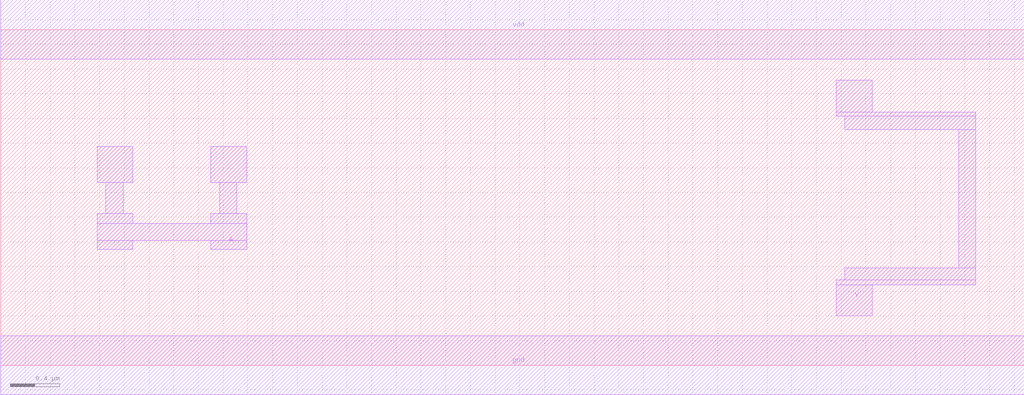
<source format=lef>
VERSION 5.7 ;
  NOWIREEXTENSIONATPIN ON ;
  DIVIDERCHAR "/" ;
  BUSBITCHARS "[]" ;
MACRO CLKBUF1
  CLASS CORE ;
  FOREIGN CLKBUF1 ;
  ORIGIN 0.000 0.000 ;
  SIZE 8.280 BY 2.720 ;
  SYMMETRY X Y R90 ;
  SITE unithd ;
  PIN vdd
    DIRECTION INOUT ;
    USE POWER ;
    SHAPE ABUTMENT ;
    PORT
      LAYER met1 ;
        RECT 0.000 2.480 8.280 2.960 ;
    END
  END vdd
  PIN gnd
    DIRECTION INOUT ;
    USE GROUND ;
    SHAPE ABUTMENT ;
    PORT
      LAYER met1 ;
        RECT 0.000 -0.240 8.280 0.240 ;
    END
  END gnd
  PIN Y
    DIRECTION INOUT ;
    USE SIGNAL ;
    SHAPE ABUTMENT ;
    PORT
      LAYER met1 ;
        RECT 6.760 2.050 7.050 2.310 ;
        RECT 6.760 2.020 7.890 2.050 ;
        RECT 6.830 1.910 7.890 2.020 ;
        RECT 7.750 0.790 7.890 1.910 ;
        RECT 6.830 0.690 7.890 0.790 ;
        RECT 6.760 0.650 7.890 0.690 ;
        RECT 6.760 0.400 7.050 0.650 ;
    END
  END Y
  PIN A
    DIRECTION INOUT ;
    USE SIGNAL ;
    SHAPE ABUTMENT ;
    PORT
      LAYER met1 ;
        RECT 0.780 1.480 1.070 1.770 ;
        RECT 1.700 1.480 1.990 1.770 ;
        RECT 0.850 1.230 0.990 1.480 ;
        RECT 1.770 1.230 1.910 1.480 ;
        RECT 0.780 1.150 1.070 1.230 ;
        RECT 1.700 1.150 1.990 1.230 ;
        RECT 0.780 1.010 1.990 1.150 ;
        RECT 0.780 0.940 1.070 1.010 ;
        RECT 1.700 0.940 1.990 1.010 ;
    END
  END A
END CLKBUF1
END LIBRARY


</source>
